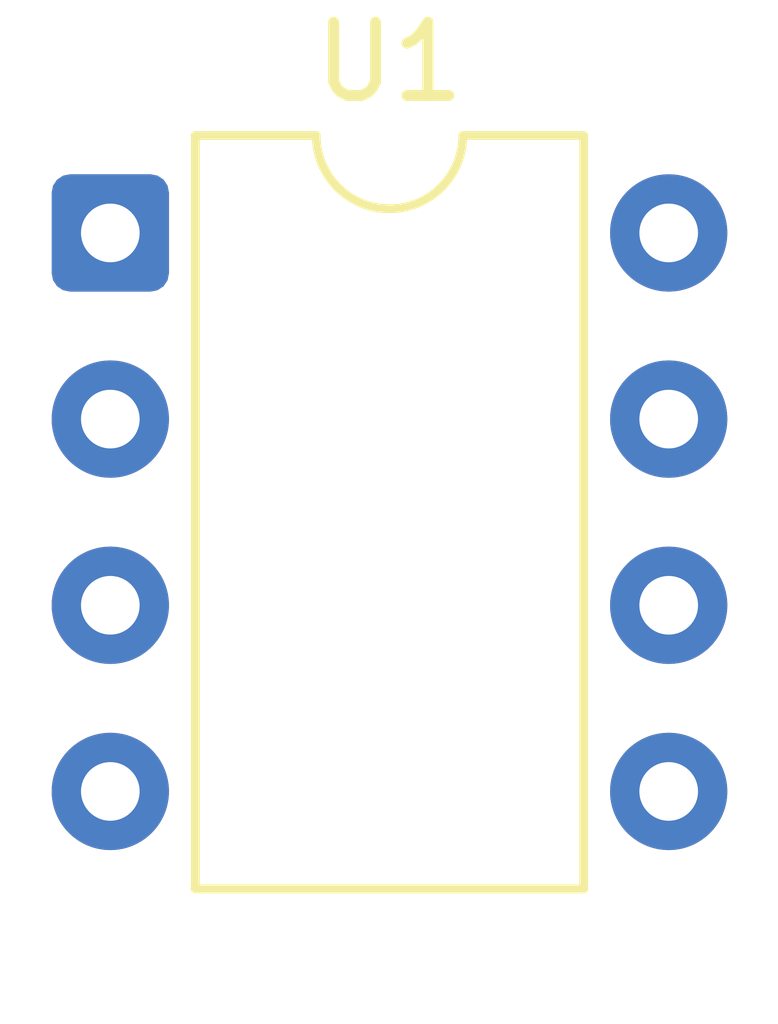
<source format=kicad_pcb>
(kicad_pcb (version 20241229) (generator "pcbnew") (generator_version "9.0")
  (layers (0 "F.Cu" signal) (2 "B.Cu" signal) (13 "F.Paste" user) (15 "B.Paste" user) (5 "F.SilkS" user "F.Silkscreen") (7 "B.SilkS" user "B.Silkscreen") (1 "F.Mask" user) (3 "B.Mask" user) (25 "Edge.Cuts" user))
  (net 0 "")
  (footprint "Package_DIP:DIP-8_W7.62mm" (layer "F.Cu") (at 18.195 18.19)
    (property "Reference" "U1" (at 3.81 -2.33 0) (layer "F.SilkS"))
    (property "Value" "ATtiny85-20P")
    (fp_line (start 1.16 -1.33) (end 1.16 8.95) (stroke (width 0.12)) (layer "F.SilkS"))
    (fp_line (start 1.16 8.95) (end 6.46 8.95) (stroke (width 0.12)) (layer "F.SilkS"))
    (fp_line (start 2.81 -1.33) (end 1.16 -1.33) (stroke (width 0.12)) (layer "F.SilkS"))
    (fp_line (start 6.46 -1.33) (end 4.81 -1.33) (stroke (width 0.12)) (layer "F.SilkS"))
    (fp_line (start 6.46 8.95) (end 6.46 -1.33) (stroke (width 0.12)) (layer "F.SilkS"))
    (fp_arc (start 4.81 -1.33) (mid 3.81 -0.33) (end 2.81 -1.33) (stroke (width 0.12)) (layer "F.SilkS"))
    (pad "1" thru_hole roundrect (at 0 0) (size 1.6 1.6) (drill 0.8) (layers "*.Cu" "*.Mask") (roundrect_rratio 0.15625))
    (pad "2" thru_hole circle (at 0 2.54) (size 1.6 1.6) (drill 0.8) (layers "*.Cu" "*.Mask"))
    (pad "3" thru_hole circle (at 0 5.08) (size 1.6 1.6) (drill 0.8) (layers "*.Cu" "*.Mask"))
    (pad "4" thru_hole circle (at 0 7.62) (size 1.6 1.6) (drill 0.8) (layers "*.Cu" "*.Mask"))
    (pad "5" thru_hole circle (at 7.62 7.62) (size 1.6 1.6) (drill 0.8) (layers "*.Cu" "*.Mask"))
    (pad "6" thru_hole circle (at 7.62 5.08) (size 1.6 1.6) (drill 0.8) (layers "*.Cu" "*.Mask"))
    (pad "7" thru_hole circle (at 7.62 2.54) (size 1.6 1.6) (drill 0.8) (layers "*.Cu" "*.Mask"))
    (pad "8" thru_hole circle (at 7.62 0) (size 1.6 1.6) (drill 0.8) (layers "*.Cu" "*.Mask"))
  )
)
</source>
